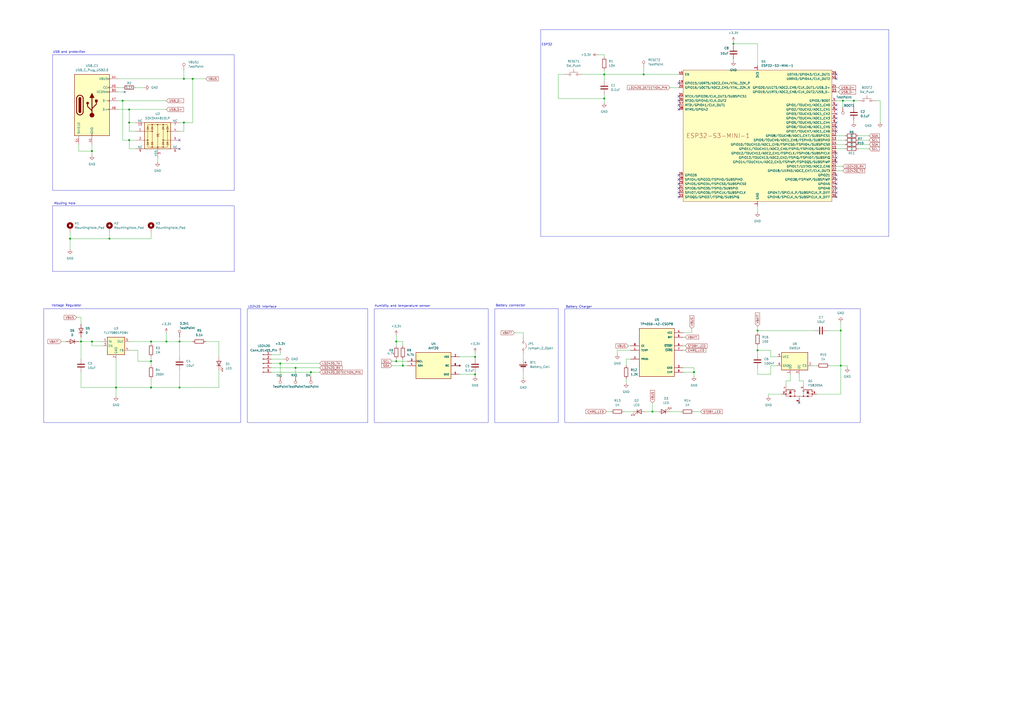
<source format=kicad_sch>
(kicad_sch (version 20231120) (generator "eeschema") (generator_version "8.0")
  (paper "A2")
  (title_block (title "LD2420 Radar ESP32") (date "2025-03-23"))
  (junction (at 74.93 71.12))
  (junction (at 87.63 198.12))
  (junction (at 229.87 198.12))
  (junction (at 74.93 63.5))
  (junction (at 46.99 198.12))
  (junction (at 373.38 43.18))
  (junction (at 275.59 207.01))
  (junction (at 495.3 58.42))
  (junction (at 171.45 213.36))
  (junction (at 63.5 138.43))
  (junction (at 487.68 212.09))
  (junction (at 488.95 58.42))
  (junction (at 350.52 57.15))
  (junction (at 71.12 58.42))
  (junction (at 87.63 224.79))
  (junction (at 106.68 45.72))
  (junction (at 425.45 25.4))
  (junction (at 350.52 43.18))
  (junction (at 96.52 198.12))
  (junction (at 67.31 224.79))
  (junction (at 162.56 210.82))
  (junction (at 439.42 203.2))
  (junction (at 104.14 198.12))
  (junction (at 40.64 138.43))
  (junction (at 53.34 198.12))
  (junction (at 111.76 45.72))
  (junction (at 74.93 81.28))
  (junction (at 87.63 209.55))
  (junction (at 487.68 191.77))
  (junction (at 275.59 217.17))
  (junction (at 233.68 212.09))
  (junction (at 53.34 87.63))
  (junction (at 378.46 238.76))
  (junction (at 402.59 215.9))
  (junction (at 180.34 215.9))
  (junction (at 106.68 71.12))
  (junction (at 104.14 224.79))
  (junction (at 439.42 191.77))
  (junction (at 229.87 209.55))
  (no_connect (at 485.14 93.98))
  (no_connect (at 485.14 63.5))
  (no_connect (at 393.7 106.68))
  (no_connect (at 485.14 73.66))
  (no_connect (at 485.14 43.18))
  (no_connect (at 485.14 109.22))
  (no_connect (at 393.7 111.76))
  (no_connect (at 463.55 233.68))
  (no_connect (at 393.7 58.42))
  (no_connect (at 485.14 106.68))
  (no_connect (at 485.14 91.44))
  (no_connect (at 104.14 86.36))
  (no_connect (at 485.14 66.04))
  (no_connect (at 485.14 60.96))
  (no_connect (at 485.14 68.58))
  (no_connect (at 485.14 114.3))
  (no_connect (at 72.39 53.34))
  (no_connect (at 393.7 48.26))
  (no_connect (at 485.14 45.72))
  (no_connect (at 393.7 101.6))
  (no_connect (at 393.7 55.88))
  (no_connect (at 485.14 111.76))
  (no_connect (at 393.7 63.5))
  (no_connect (at 393.7 109.22))
  (no_connect (at 393.7 114.3))
  (no_connect (at 393.7 104.14))
  (no_connect (at 485.14 71.12))
  (no_connect (at 485.14 76.2))
  (no_connect (at 104.14 81.28))
  (no_connect (at 485.14 101.6))
  (no_connect (at 485.14 104.14))
  (no_connect (at 393.7 60.96))
  (no_connect (at 485.14 88.9))
  (wire (pts (xy 487.68 191.77) (xy 487.68 212.09)))
  (wire (pts (xy 439.42 205.74) (xy 439.42 203.2)))
  (wire (pts (xy 119.38 45.72) (xy 111.76 45.72)))
  (wire (pts (xy 229.87 194.31) (xy 229.87 198.12)))
  (wire (pts (xy 425.45 35.56) (xy 425.45 34.29)))
  (wire (pts (xy 488.95 99.06) (xy 485.14 99.06)))
  (wire (pts (xy 171.45 213.36) (xy 185.42 213.36)))
  (wire (pts (xy 350.52 54.61) (xy 350.52 57.15)))
  (wire (pts (xy 74.93 81.28) (xy 78.74 81.28)))
  (wire (pts (xy 111.76 45.72) (xy 106.68 45.72)))
  (wire (pts (xy 87.63 219.71) (xy 87.63 224.79)))
  (wire (pts (xy 487.68 228.6) (xy 487.68 212.09)))
  (wire (pts (xy 68.58 45.72) (xy 106.68 45.72)))
  (wire (pts (xy 303.53 193.04) (xy 303.53 195.58)))
  (wire (pts (xy 406.4 238.76) (xy 402.59 238.76)))
  (wire (pts (xy 46.99 198.12) (xy 46.99 208.28)))
  (wire (pts (xy 323.85 43.18) (xy 323.85 57.15)))
  (wire (pts (xy 495.3 69.85) (xy 495.3 71.12)))
  (wire (pts (xy 497.84 86.36) (xy 504.19 86.36)))
  (wire (pts (xy 180.34 215.9) (xy 180.34 218.44)))
  (wire (pts (xy 127 207.01) (xy 127 198.12)))
  (wire (pts (xy 397.51 195.58) (xy 396.24 195.58)))
  (wire (pts (xy 439.42 25.4) (xy 425.45 25.4)))
  (wire (pts (xy 351.79 238.76) (xy 354.33 238.76)))
  (wire (pts (xy 46.99 184.15) (xy 46.99 187.96)))
  (wire (pts (xy 495.3 58.42) (xy 497.84 58.42)))
  (wire (pts (xy 157.48 205.74) (xy 162.56 205.74)))
  (wire (pts (xy 397.51 200.66) (xy 396.24 200.66)))
  (wire (pts (xy 425.45 25.4) (xy 425.45 26.67)))
  (wire (pts (xy 485.14 83.82) (xy 490.22 83.82)))
  (wire (pts (xy 445.77 228.6) (xy 453.39 228.6)))
  (wire (pts (xy 445.77 229.87) (xy 445.77 228.6)))
  (wire (pts (xy 46.99 224.79) (xy 67.31 224.79)))
  (wire (pts (xy 485.14 78.74) (xy 490.22 78.74)))
  (wire (pts (xy 488.95 58.42) (xy 495.3 58.42)))
  (wire (pts (xy 350.52 43.18) (xy 373.38 43.18)))
  (wire (pts (xy 53.34 198.12) (xy 59.69 198.12)))
  (wire (pts (xy 162.56 205.74) (xy 162.56 204.47)))
  (wire (pts (xy 67.31 208.28) (xy 67.31 224.79)))
  (wire (pts (xy 491.49 213.36) (xy 491.49 212.09)))
  (wire (pts (xy 275.59 207.01) (xy 266.7 207.01)))
  (wire (pts (xy 337.82 43.18) (xy 350.52 43.18)))
  (wire (pts (xy 350.52 57.15) (xy 350.52 59.69)))
  (wire (pts (xy 378.46 233.68) (xy 378.46 238.76)))
  (wire (pts (xy 74.93 71.12) (xy 74.93 76.2)))
  (wire (pts (xy 46.99 195.58) (xy 46.99 198.12)))
  (wire (pts (xy 74.93 86.36) (xy 74.93 81.28)))
  (wire (pts (xy 363.22 212.09) (xy 363.22 208.28)))
  (wire (pts (xy 488.95 58.42) (xy 488.95 62.23)))
  (wire (pts (xy 402.59 215.9) (xy 402.59 213.36)))
  (wire (pts (xy 491.49 212.09) (xy 487.68 212.09)))
  (wire (pts (xy 157.48 213.36) (xy 171.45 213.36)))
  (wire (pts (xy 327.66 43.18) (xy 323.85 43.18)))
  (wire (pts (xy 497.84 81.28) (xy 504.19 81.28)))
  (wire (pts (xy 59.69 200.66) (xy 53.34 200.66)))
  (wire (pts (xy 466.09 220.98) (xy 466.09 223.52)))
  (wire (pts (xy 74.93 71.12) (xy 78.74 71.12)))
  (wire (pts (xy 439.42 25.4) (xy 439.42 38.1)))
  (wire (pts (xy 74.93 63.5) (xy 74.93 71.12)))
  (wire (pts (xy 401.32 190.5) (xy 401.32 193.04)))
  (wire (pts (xy 439.42 191.77) (xy 472.44 191.77)))
  (wire (pts (xy 396.24 193.04) (xy 401.32 193.04)))
  (wire (pts (xy 53.34 87.63) (xy 53.34 90.17)))
  (wire (pts (xy 157.48 210.82) (xy 162.56 210.82)))
  (wire (pts (xy 157.48 215.9) (xy 180.34 215.9)))
  (wire (pts (xy 463.55 220.98) (xy 466.09 220.98)))
  (wire (pts (xy 455.93 223.52) (xy 455.93 220.98)))
  (wire (pts (xy 358.14 203.2) (xy 365.76 203.2)))
  (wire (pts (xy 396.24 215.9) (xy 402.59 215.9)))
  (wire (pts (xy 74.93 63.5) (xy 96.52 63.5)))
  (wire (pts (xy 363.22 219.71) (xy 363.22 222.25)))
  (wire (pts (xy 373.38 43.18) (xy 393.7 43.18)))
  (wire (pts (xy 233.68 200.66) (xy 233.68 198.12)))
  (wire (pts (xy 473.71 228.6) (xy 487.68 228.6)))
  (wire (pts (xy 78.74 86.36) (xy 74.93 86.36)))
  (wire (pts (xy 510.54 58.42) (xy 508 58.42)))
  (wire (pts (xy 80.01 209.55) (xy 87.63 209.55)))
  (wire (pts (xy 323.85 57.15) (xy 350.52 57.15)))
  (wire (pts (xy 495.3 58.42) (xy 495.3 62.23)))
  (wire (pts (xy 497.84 83.82) (xy 504.19 83.82)))
  (wire (pts (xy 388.62 50.8) (xy 393.7 50.8)))
  (wire (pts (xy 104.14 207.01) (xy 104.14 198.12)))
  (wire (pts (xy 402.59 218.44) (xy 402.59 215.9)))
  (wire (pts (xy 87.63 224.79) (xy 67.31 224.79)))
  (wire (pts (xy 402.59 213.36) (xy 396.24 213.36)))
  (wire (pts (xy 303.53 205.74) (xy 303.53 208.28)))
  (wire (pts (xy 303.53 215.9) (xy 303.53 219.71)))
  (wire (pts (xy 45.72 83.82) (xy 45.72 87.63)))
  (wire (pts (xy 106.68 71.12) (xy 104.14 71.12)))
  (wire (pts (xy 46.99 198.12) (xy 53.34 198.12)))
  (wire (pts (xy 463.55 217.17) (xy 463.55 220.98)))
  (wire (pts (xy 162.56 210.82) (xy 185.42 210.82)))
  (wire (pts (xy 275.59 204.47) (xy 275.59 207.01)))
  (wire (pts (xy 374.65 238.76) (xy 378.46 238.76)))
  (wire (pts (xy 229.87 208.28) (xy 229.87 209.55)))
  (wire (pts (xy 275.59 215.9) (xy 275.59 217.17)))
  (wire (pts (xy 350.52 40.64) (xy 350.52 43.18)))
  (wire (pts (xy 63.5 134.62) (xy 63.5 138.43)))
  (wire (pts (xy 378.46 238.76) (xy 381 238.76)))
  (wire (pts (xy 111.76 45.72) (xy 111.76 71.12)))
  (wire (pts (xy 96.52 193.04) (xy 96.52 198.12)))
  (wire (pts (xy 388.62 238.76) (xy 394.97 238.76)))
  (wire (pts (xy 233.68 198.12) (xy 229.87 198.12)))
  (wire (pts (xy 71.12 58.42) (xy 71.12 81.28)))
  (wire (pts (xy 346.71 31.75) (xy 350.52 31.75)))
  (wire (pts (xy 45.72 198.12) (xy 46.99 198.12)))
  (wire (pts (xy 74.93 76.2) (xy 78.74 76.2)))
  (wire (pts (xy 44.45 184.15) (xy 46.99 184.15)))
  (wire (pts (xy 485.14 58.42) (xy 488.95 58.42)))
  (wire (pts (xy 439.42 213.36) (xy 439.42 217.17)))
  (wire (pts (xy 63.5 138.43) (xy 40.64 138.43)))
  (wire (pts (xy 275.59 217.17) (xy 275.59 218.44)))
  (wire (pts (xy 458.47 217.17) (xy 458.47 220.98)))
  (wire (pts (xy 486.41 53.34) (xy 485.14 53.34)))
  (wire (pts (xy 227.33 212.09) (xy 233.68 212.09)))
  (wire (pts (xy 106.68 76.2) (xy 104.14 76.2)))
  (wire (pts (xy 363.22 208.28) (xy 365.76 208.28)))
  (wire (pts (xy 87.63 199.39) (xy 87.63 198.12)))
  (wire (pts (xy 53.34 83.82) (xy 53.34 87.63)))
  (wire (pts (xy 87.63 207.01) (xy 87.63 209.55)))
  (wire (pts (xy 74.93 203.2) (xy 80.01 203.2)))
  (wire (pts (xy 471.17 212.09) (xy 473.71 212.09)))
  (wire (pts (xy 104.14 214.63) (xy 104.14 224.79)))
  (wire (pts (xy 80.01 203.2) (xy 80.01 209.55)))
  (wire (pts (xy 233.68 212.09) (xy 236.22 212.09)))
  (wire (pts (xy 67.31 224.79) (xy 67.31 229.87)))
  (wire (pts (xy 87.63 134.62) (xy 87.63 138.43)))
  (wire (pts (xy 481.33 212.09) (xy 487.68 212.09)))
  (wire (pts (xy 68.58 63.5) (xy 74.93 63.5)))
  (wire (pts (xy 439.42 189.23) (xy 439.42 191.77)))
  (wire (pts (xy 111.76 71.12) (xy 106.68 71.12)))
  (wire (pts (xy 162.56 210.82) (xy 162.56 218.44)))
  (wire (pts (xy 68.58 50.8) (xy 71.12 50.8)))
  (wire (pts (xy 447.04 207.01) (xy 450.85 207.01)))
  (wire (pts (xy 180.34 215.9) (xy 185.42 215.9)))
  (wire (pts (xy 439.42 191.77) (xy 439.42 193.04)))
  (wire (pts (xy 157.48 208.28) (xy 165.1 208.28)))
  (wire (pts (xy 397.51 203.2) (xy 396.24 203.2)))
  (wire (pts (xy 350.52 31.75) (xy 350.52 33.02)))
  (wire (pts (xy 127 224.79) (xy 104.14 224.79)))
  (wire (pts (xy 298.45 193.04) (xy 303.53 193.04)))
  (wire (pts (xy 106.68 71.12) (xy 106.68 76.2)))
  (wire (pts (xy 40.64 138.43) (xy 40.64 144.78)))
  (wire (pts (xy 104.14 195.58) (xy 104.14 198.12)))
  (wire (pts (xy 91.44 91.44) (xy 91.44 93.98)))
  (wire (pts (xy 364.49 200.66) (xy 365.76 200.66)))
  (wire (pts (xy 510.54 58.42) (xy 510.54 71.12)))
  (wire (pts (xy 87.63 209.55) (xy 87.63 212.09)))
  (wire (pts (xy 104.14 198.12) (xy 96.52 198.12)))
  (wire (pts (xy 439.42 203.2) (xy 447.04 203.2)))
  (wire (pts (xy 373.38 39.37) (xy 373.38 43.18)))
  (wire (pts (xy 74.93 198.12) (xy 87.63 198.12)))
  (wire (pts (xy 439.42 217.17) (xy 447.04 217.17)))
  (wire (pts (xy 485.14 86.36) (xy 490.22 86.36)))
  (wire (pts (xy 439.42 200.66) (xy 439.42 203.2)))
  (wire (pts (xy 104.14 224.79) (xy 87.63 224.79)))
  (wire (pts (xy 480.06 191.77) (xy 487.68 191.77)))
  (wire (pts (xy 447.04 203.2) (xy 447.04 207.01)))
  (wire (pts (xy 266.7 217.17) (xy 275.59 217.17)))
  (wire (pts (xy 63.5 138.43) (xy 87.63 138.43)))
  (wire (pts (xy 127 198.12) (xy 119.38 198.12)))
  (wire (pts (xy 68.58 58.42) (xy 71.12 58.42)))
  (wire (pts (xy 486.41 50.8) (xy 485.14 50.8)))
  (wire (pts (xy 488.95 96.52) (xy 485.14 96.52)))
  (wire (pts (xy 35.56 198.12) (xy 38.1 198.12)))
  (wire (pts (xy 425.45 24.13) (xy 425.45 25.4)))
  (wire (pts (xy 455.93 220.98) (xy 458.47 220.98)))
  (wire (pts (xy 40.64 134.62) (xy 40.64 138.43)))
  (wire (pts (xy 104.14 198.12) (xy 111.76 198.12)))
  (wire (pts (xy 447.04 217.17) (xy 447.04 212.09)))
  (wire (pts (xy 106.68 40.64) (xy 106.68 45.72)))
  (wire (pts (xy 233.68 208.28) (xy 233.68 212.09)))
  (wire (pts (xy 497.84 78.74) (xy 504.19 78.74)))
  (wire (pts (xy 439.42 119.38) (xy 439.42 123.19)))
  (wire (pts (xy 45.72 87.63) (xy 53.34 87.63)))
  (wire (pts (xy 78.74 50.8) (xy 83.82 50.8)))
  (wire (pts (xy 358.14 205.74) (xy 358.14 203.2)))
  (wire (pts (xy 350.52 43.18) (xy 350.52 46.99)))
  (wire (pts (xy 447.04 212.09) (xy 450.85 212.09)))
  (wire (pts (xy 485.14 81.28) (xy 490.22 81.28)))
  (wire (pts (xy 275.59 207.01) (xy 275.59 208.28)))
  (wire (pts (xy 229.87 198.12) (xy 229.87 200.66)))
  (wire (pts (xy 53.34 200.66) (xy 53.34 198.12)))
  (wire (pts (xy 229.87 209.55) (xy 236.22 209.55)))
  (wire (pts (xy 72.39 53.34) (xy 68.58 53.34)))
  (wire (pts (xy 227.33 209.55) (xy 229.87 209.55)))
  (wire (pts (xy 46.99 215.9) (xy 46.99 224.79)))
  (wire (pts (xy 361.95 238.76) (xy 367.03 238.76)))
  (wire (pts (xy 171.45 213.36) (xy 171.45 218.44)))
  (wire (pts (xy 127 214.63) (xy 127 224.79)))
  (wire (pts (xy 71.12 81.28) (xy 74.93 81.28)))
  (wire (pts (xy 487.68 186.69) (xy 487.68 191.77)))
  (wire (pts (xy 71.12 58.42) (xy 96.52 58.42)))
  (wire (pts (xy 96.52 198.12) (xy 87.63 198.12)))
  (rectangle (start 287.02 179.07) (end 323.85 245.11))
  (rectangle (start 143.51 179.07) (end 213.36 245.11))
  (rectangle (start 217.17 179.07) (end 283.21 245.11))
  (rectangle (start 30.48 31.75) (end 135.89 110.49))
  (rectangle (start 30.48 119.38) (end 135.89 157.48))
  (rectangle (start 327.66 179.07) (end 499.11 245.11))
  (rectangle (start 313.69 17.145) (end 515.62 137.16))
  (rectangle (start 25.4 179.07) (end 139.7 245.11))
  (text "USB and protection" (at 40.132 30.226 0) (effects (font (size 1.27 1.27))))
  (text "Humidity and temperature sensor" (at 233.426 177.546 0) (effects (font (size 1.27 1.27))))
  (text "LD2420 Interface" (at 152.146 178.054 0) (effects (font (size 1.27 1.27))))
  (text "Battery connector" (at 296.164 177.292 0) (effects (font (size 1.27 1.27))))
  (text "ESP32" (at 317.246 25.908 0) (effects (font (size 1.27 1.27))))
  (text "Mouting hole" (at 37.592 118.11 0) (effects (font (size 1.27 1.27))))
  (text "Voltage Regulator" (at 38.608 177.292 0) (effects (font (size 1.27 1.27))))
  (text "Battery Charger" (at 335.788 178.054 0) (effects (font (size 1.27 1.27))))
  (global_label "VBATT" (shape input) (at 397.51 195.58 0) (property "Intersheetrefs" "${INTERSHEET_REFS}" (effects (hide yes))))
  (global_label "VBATT" (shape input) (at 35.56 198.12 180) (property "Intersheetrefs" "${INTERSHEET_REFS}" (effects (hide yes))))
  (global_label "LD2420_DETECTION_PIN" (shape input) (at 388.62 50.8 180) (property "Intersheetrefs" "${INTERSHEET_REFS}" (effects (hide yes))))
  (global_label "STDBY_LED" (shape input) (at 406.4 238.76 0) (property "Intersheetrefs" "${INTERSHEET_REFS}" (effects (hide yes))))
  (global_label "LD2420_RX" (shape input) (at 185.42 213.36 0) (property "Intersheetrefs" "${INTERSHEET_REFS}" (effects (hide yes))))
  (global_label "STDBY_LED" (shape input) (at 397.51 200.66 0) (property "Intersheetrefs" "${INTERSHEET_REFS}" (effects (hide yes))))
  (global_label "LD2420_TX" (shape input) (at 488.95 99.06 0) (property "Intersheetrefs" "${INTERSHEET_REFS}" (effects (hide yes))))
  (global_label "LD2420_RX" (shape input) (at 488.95 96.52 0) (property "Intersheetrefs" "${INTERSHEET_REFS}" (effects (hide yes))))
  (global_label "SDA" (shape input) (at 504.19 83.82 0) (property "Intersheetrefs" "${INTERSHEET_REFS}" (effects (hide yes))))
  (global_label "SCL" (shape input) (at 504.19 86.36 0) (property "Intersheetrefs" "${INTERSHEET_REFS}" (effects (hide yes))))
  (global_label "CHRG_LED" (shape input) (at 351.79 238.76 180) (property "Intersheetrefs" "${INTERSHEET_REFS}" (effects (hide yes))))
  (global_label "CHRG_LED" (shape input) (at 397.51 203.2 0) (property "Intersheetrefs" "${INTERSHEET_REFS}" (effects (hide yes))))
  (global_label "SDA" (shape input) (at 504.19 78.74 0) (property "Intersheetrefs" "${INTERSHEET_REFS}" (effects (hide yes))))
  (global_label "SCL" (shape input) (at 227.33 209.55 180) (property "Intersheetrefs" "${INTERSHEET_REFS}" (effects (hide yes))))
  (global_label "VBUS" (shape input) (at 119.38 45.72 0) (property "Intersheetrefs" "${INTERSHEET_REFS}" (effects (hide yes))))
  (global_label "VBATT" (shape input) (at 439.42 189.23 90) (property "Intersheetrefs" "${INTERSHEET_REFS}" (effects (hide yes))))
  (global_label "VBUS" (shape input) (at 44.45 184.15 180) (property "Intersheetrefs" "${INTERSHEET_REFS}" (effects (hide yes))))
  (global_label "SDA" (shape input) (at 227.33 212.09 180) (property "Intersheetrefs" "${INTERSHEET_REFS}" (effects (hide yes))))
  (global_label "VBUS" (shape input) (at 364.49 200.66 180) (property "Intersheetrefs" "${INTERSHEET_REFS}" (effects (hide yes))))
  (global_label "SCL" (shape input) (at 504.19 81.28 0) (property "Intersheetrefs" "${INTERSHEET_REFS}" (effects (hide yes))))
  (global_label "VBUS" (shape input) (at 401.32 190.5 90) (property "Intersheetrefs" "${INTERSHEET_REFS}" (effects (hide yes))))
  (global_label "USB_D+" (shape input) (at 486.41 50.8 0) (property "Intersheetrefs" "${INTERSHEET_REFS}" (effects (hide yes))))
  (global_label "USB_D-" (shape input) (at 486.41 53.34 0) (property "Intersheetrefs" "${INTERSHEET_REFS}" (effects (hide yes))))
  (global_label "USB_D+" (shape input) (at 96.52 63.5 0) (property "Intersheetrefs" "${INTERSHEET_REFS}" (effects (hide yes))))
  (global_label "VBATT" (shape input) (at 298.45 193.04 180) (property "Intersheetrefs" "${INTERSHEET_REFS}" (effects (hide yes))))
  (global_label "LD2420_TX" (shape input) (at 185.42 210.82 0) (property "Intersheetrefs" "${INTERSHEET_REFS}" (effects (hide yes))))
  (global_label "LD2420_DETECTION_PIN" (shape input) (at 185.42 215.9 0) (property "Intersheetrefs" "${INTERSHEET_REFS}" (effects (hide yes))))
  (global_label "USB_D-" (shape input) (at 96.52 58.42 0) (property "Intersheetrefs" "${INTERSHEET_REFS}" (effects (hide yes))))
  (global_label "VBUS" (shape input) (at 378.46 233.68 90) (property "Intersheetrefs" "${INTERSHEET_REFS}" (effects (hide yes))))
  (symbol (lib_id "FS8205A:FS8205A") (at 463.55 228.6 270) (unit 1)
    (property "Reference" "Q1" (at 468.7571 220.98 90) (effects (justify left)))
    (property "Value" "FS8205A" (at 468.7571 223.52 90) (effects (justify left)))
    (property "Footprint" "FS8205A:SOP65P640X120-8N" (effects (hide yes)))
    (property "MF" "Fortune Semiconductor" (effects (hide yes)))
    (property "MAXIMUM_PACKAGE_HEIGHT" "1.2mm" (effects (hide yes)))
    (property "Package" "Package" (effects (hide yes)))
    (property "Price" "None" (effects (hide yes)))
    (property "Check_prices" "https://www.snapeda.com/parts/FS8205A/Fortune+Semiconductor/view-part/?ref=eda" (effects (hide yes)))
    (property "STANDARD" "IPC 7351B" (effects (hide yes)))
    (property "PARTREV" "1.7" (effects (hide yes)))
    (property "SnapEDA_Link" "https://www.snapeda.com/parts/FS8205A/Fortune+Semiconductor/view-part/?ref=snap" (effects (hide yes)))
    (property "MP" "FS8205A" (effects (hide yes)))
    (property "Description_1" "\n                        \n                            \n                        \n" (effects (hide yes)))
    (property "Availability" "In Stock" (effects (hide yes)))
    (property "MANUFACTURER" "Fortune Semiconductor" (effects (hide yes)))
  )
  (symbol (lib_id "Device:C") (at 275.59 212.09 0) (unit 1)
    (property "Reference" "C5" (at 269.748 212.344 0) (effects (justify left)))
    (property "Value" "0.1uF" (at 269.748 214.884 0) (effects (justify left)))
    (property "Footprint" "Capacitor_SMD:C_0805_2012Metric" (effects (hide yes)))
    (property "Description" "Unpolarized capacitor" (effects (hide yes)))
  )
  (symbol (lib_id "Power_Protection:D3V3XA4B10LP") (at 91.44 78.74 0) (unit 1)
    (property "Reference" "U2" (at 91.44 66.04 0))
    (property "Value" "D3V3XA4B10LP" (at 91.44 68.58 0))
    (property "Footprint" "Package_DFN_QFN:Diodes_UDFN-10_1.0x2.5mm_P0.5mm" (effects (hide yes)))
    (property "Datasheet" "https://www.diodes.com/assets/Datasheets/D3V3XA4B10LP.pdf" (effects (hide yes)))
    (property "Description" "4-Channel Low Capacitance TVS Diode Array, DFN-10" (effects (hide yes)))
  )
  (symbol (lib_id "power:+3.3V") (at 229.87 194.31 0) (unit 1)
    (property "Reference" "#PWR015" (effects (hide yes)))
    (property "Value" "+3.3V" (at 229.87 189.23 0))
    (property "Description" "Power symbol creates a global label with name \"+3.3V\"" (effects (hide yes)))
  )
  (symbol (lib_id "power:GND") (at 165.1 208.28 90) (unit 1)
    (property "Reference" "#PWR011" (effects (hide yes)))
    (property "Value" "GND" (at 168.91 208.2799 90) (effects (justify right)))
    (property "Description" "Power symbol creates a global label with name \"GND\" , ground" (effects (hide yes)))
  )
  (symbol (lib_id "Device:R") (at 358.14 238.76 270) (unit 1)
    (property "Reference" "R13" (at 358.14 232.41 90))
    (property "Value" "1K" (at 358.14 234.95 90))
    (property "Footprint" "Resistor_SMD:R_0805_2012Metric" (effects (hide yes)))
    (property "Description" "Resistor" (effects (hide yes)))
  )
  (symbol (lib_id "power:GND") (at 40.64 144.78 0) (unit 1)
    (property "Reference" "#PWR017" (effects (hide yes)))
    (property "Value" "GND" (at 40.64 149.86 0))
    (property "Description" "Power symbol creates a global label with name \"GND\" , ground" (effects (hide yes)))
  )
  (symbol (lib_id "power:+3.3V") (at 346.71 31.75 90) (unit 1)
    (property "Reference" "#PWR02" (effects (hide yes)))
    (property "Value" "+3.3V" (at 342.9 31.7499 90) (effects (justify left)))
    (property "Description" "Power symbol creates a global label with name \"+3.3V\"" (effects (hide yes)))
  )
  (symbol (lib_id "Device:LED") (at 370.84 238.76 0) (unit 1)
    (property "Reference" "D2" (at 369.2525 232.41 0))
    (property "Value" "LED" (at 369.2525 234.95 0))
    (property "Footprint" "LED_SMD:LED_0805_2012Metric" (effects (hide yes)))
    (property "Description" "Light emitting diode" (effects (hide yes)))
  )
  (symbol (lib_id "TP4056-42-ESOP8:TP4056-42-ESOP8") (at 381 205.74 0) (unit 1)
    (property "Reference" "U5" (at 381 185.42 0))
    (property "Value" "TP4056-42-ESOP8" (at 381 187.96 0))
    (property "Footprint" "TP4056-42-ESOP8:SOIC127P600X175-9N" (effects (hide yes)))
    (property "MF" "toppower" (effects (hide yes)))
    (property "MAXIMUM_PACKAGE_HEIGHT" "1.75mm" (effects (hide yes)))
    (property "Package" "None" (effects (hide yes)))
    (property "Price" "None" (effects (hide yes)))
    (property "Check_prices" "https://www.snapeda.com/parts/TP4056-42-ESOP8/toppower/view-part/?ref=eda" (effects (hide yes)))
    (property "STANDARD" "IPC-7351B" (effects (hide yes)))
    (property "PARTREV" "NA" (effects (hide yes)))
    (property "SnapEDA_Link" "https://www.snapeda.com/parts/TP4056-42-ESOP8/toppower/view-part/?ref=snap" (effects (hide yes)))
    (property "MP" "TP4056-42-ESOP8" (effects (hide yes)))
    (property "Description_1" "\n                        \n                            \n                        \n" (effects (hide yes)))
    (property "Availability" "Not in stock" (effects (hide yes)))
    (property "MANUFACTURER" "Top Power" (effects (hide yes)))
  )
  (symbol (lib_id "power:GND") (at 439.42 123.19 0) (unit 1)
    (property "Reference" "#PWR012" (effects (hide yes)))
    (property "Value" "GND" (at 439.42 128.27 0))
    (property "Description" "Power symbol creates a global label with name \"GND\" , ground" (effects (hide yes)))
  )
  (symbol (lib_id "power:GND") (at 350.52 59.69 0) (unit 1)
    (property "Reference" "#PWR01" (effects (hide yes)))
    (property "Value" "GND" (at 350.52 64.77 0))
    (property "Description" "Power symbol creates a global label with name \"GND\" , ground" (effects (hide yes)))
  )
  (symbol (lib_id "Device:C") (at 425.45 30.48 0) (unit 1)
    (property "Reference" "C8" (at 420.116 27.94 0) (effects (justify left)))
    (property "Value" "10uF" (at 417.83 30.988 0) (effects (justify left)))
    (property "Footprint" "Capacitor_SMD:C_0805_2012Metric" (effects (hide yes)))
    (property "Description" "Unpolarized capacitor" (effects (hide yes)))
  )
  (symbol (lib_id "Device:C") (at 46.99 212.09 0) (unit 1)
    (property "Reference" "C3" (at 50.8 210.8199 0) (effects (justify left)))
    (property "Value" "10uF" (at 50.8 213.3599 0) (effects (justify left)))
    (property "Footprint" "Capacitor_SMD:C_0805_2012Metric" (effects (hide yes)))
    (property "Description" "Unpolarized capacitor" (effects (hide yes)))
  )
  (symbol (lib_id "Device:R") (at 494.03 78.74 90) (unit 1)
    (property "Reference" "R6" (at 494.03 76.708 90))
    (property "Value" "0" (at 494.03 78.74 90))
    (property "Footprint" "Resistor_SMD:R_0805_2012Metric" (effects (hide yes)))
    (property "Description" "Resistor" (effects (hide yes)))
  )
  (symbol (lib_id "Mechanical:MountingHole_Pad") (at 87.63 132.08 0) (unit 1) (exclude_from_sim yes) (in_bom no)
    (property "Reference" "H3" (at 90.17 129.5399 0) (effects (justify left)))
    (property "Value" "MountingHole_Pad" (at 90.17 132.0799 0) (effects (justify left)))
    (property "Footprint" "MountingHole:MountingHole_3.2mm_M3_DIN965_Pad_TopBottom" (effects (hide yes)))
    (property "Description" "Mounting Hole with connection" (effects (hide yes)))
  )
  (symbol (lib_id "Device:C") (at 439.42 209.55 0) (unit 1)
    (property "Reference" "C6" (at 443.23 208.2799 0) (effects (justify left)))
    (property "Value" "100nF" (at 443.23 210.8199 0) (effects (justify left)))
    (property "Footprint" "Capacitor_SMD:C_0805_2012Metric" (effects (hide yes)))
    (property "Description" "Unpolarized capacitor" (effects (hide yes)))
  )
  (symbol (lib_id "power:+3.3V") (at 96.52 193.04 0) (unit 1)
    (property "Reference" "#PWR09" (effects (hide yes)))
    (property "Value" "+3.3V" (at 96.52 187.96 0))
    (property "Description" "Power symbol creates a global label with name \"+3.3V\"" (effects (hide yes)))
  )
  (symbol (lib_id "Device:LED") (at 384.81 238.76 180) (unit 1)
    (property "Reference" "D3" (at 386.3975 231.14 0))
    (property "Value" "LED" (at 386.3975 233.68 0))
    (property "Footprint" "LED_SMD:LED_0805_2012Metric" (effects (hide yes)))
    (property "Description" "Light emitting diode" (effects (hide yes)))
  )
  (symbol (lib_id "Mechanical:MountingHole_Pad") (at 40.64 132.08 0) (unit 1) (exclude_from_sim yes) (in_bom no)
    (property "Reference" "H1" (at 43.18 129.5399 0) (effects (justify left)))
    (property "Value" "MountingHole_Pad" (at 43.18 132.0799 0) (effects (justify left)))
    (property "Footprint" "MountingHole:MountingHole_3.2mm_M3_DIN965_Pad_TopBottom" (effects (hide yes)))
    (property "Description" "Mounting Hole with connection" (effects (hide yes)))
  )
  (symbol (lib_id "Device:R") (at 398.78 238.76 270) (unit 1)
    (property "Reference" "R14" (at 398.78 232.41 90))
    (property "Value" "1K" (at 398.78 234.95 90))
    (property "Footprint" "Resistor_SMD:R_0805_2012Metric" (effects (hide yes)))
    (property "Description" "Resistor" (effects (hide yes)))
  )
  (symbol (lib_id "Device:D") (at 41.91 198.12 180) (unit 1)
    (property "Reference" "D6" (at 41.91 191.77 0))
    (property "Value" "D" (at 41.91 194.31 0))
    (property "Footprint" "Diode_SMD:D_SMA" (effects (hide yes)))
    (property "Description" "Diode" (effects (hide yes)))
    (property "Sim.Device" "D" (effects (hide yes)))
    (property "Sim.Pins" "1=K 2=A" (effects (hide yes)))
  )
  (symbol (lib_id "Device:C") (at 495.3 66.04 0) (unit 1)
    (property "Reference" "C2" (at 499.11 64.7699 0) (effects (justify left)))
    (property "Value" "0.1uF" (at 499.11 67.3099 0) (effects (justify left)))
    (property "Footprint" "Capacitor_SMD:C_0805_2012Metric" (effects (hide yes)))
    (property "Description" "Unpolarized capacitor" (effects (hide yes)))
  )
  (symbol (lib_id "power:GND") (at 363.22 222.25 0) (unit 1)
    (property "Reference" "#PWR020" (effects (hide yes)))
    (property "Value" "GND" (at 363.22 227.33 0))
    (property "Description" "Power symbol creates a global label with name \"GND\" , ground" (effects (hide yes)))
  )
  (symbol (lib_id "Connector:TestPoint") (at 488.95 62.23 180) (unit 1)
    (property "Reference" "BOOT1" (at 489.458 61.214 0) (effects (justify right)))
    (property "Value" "TestPoint" (at 485.14 56.388 0) (effects (justify right)))
    (property "Footprint" "TestPoint:TestPoint_Pad_D1.5mm" (effects (hide yes)))
    (property "Description" "test point" (effects (hide yes)))
  )
  (symbol (lib_id "Connector:TestPoint") (at 373.38 39.37 0) (unit 1)
    (property "Reference" "RESET2" (at 375.92 34.7979 0) (effects (justify left)))
    (property "Value" "TestPoint" (at 375.92 37.3379 0) (effects (justify left)))
    (property "Footprint" "TestPoint:TestPoint_Pad_D1.5mm" (effects (hide yes)))
    (property "Description" "test point" (effects (hide yes)))
  )
  (symbol (lib_id "Mechanical:MountingHole_Pad") (at 63.5 132.08 0) (unit 1) (exclude_from_sim yes) (in_bom no)
    (property "Reference" "H2" (at 66.04 129.5399 0) (effects (justify left)))
    (property "Value" "MountingHole_Pad" (at 66.04 132.0799 0) (effects (justify left)))
    (property "Footprint" "MountingHole:MountingHole_3.2mm_M3_DIN965_Pad_TopBottom" (effects (hide yes)))
    (property "Description" "Mounting Hole with connection" (effects (hide yes)))
  )
  (symbol (lib_id "power:GND") (at 445.77 229.87 0) (unit 1)
    (property "Reference" "#PWR023" (effects (hide yes)))
    (property "Value" "GND" (at 445.77 234.95 0))
    (property "Description" "Power symbol creates a global label with name \"GND\" , ground" (effects (hide yes)))
  )
  (symbol (lib_id "power:GND") (at 425.45 35.56 0) (unit 1)
    (property "Reference" "#PWR025" (effects (hide yes)))
    (property "Value" "GND" (at 425.45 40.64 0))
    (property "Description" "Power symbol creates a global label with name \"GND\" , ground" (effects (hide yes)))
  )
  (symbol (lib_id "Jumper:Jumper_2_Open") (at 303.53 200.66 270) (unit 1) (exclude_from_sim yes)
    (property "Reference" "JP1" (at 306.07 199.3899 90) (effects (justify left)))
    (property "Value" "Jumper_2_Open" (at 306.07 201.9299 90) (effects (justify left)))
    (property "Footprint" "Jumper:SolderJumper-2_P1.3mm_Open_RoundedPad1.0x1.5mm" (effects (hide yes)))
    (property "Description" "Jumper, 2-pole, open" (effects (hide yes)))
  )
  (symbol (lib_id "power:GND") (at 402.59 218.44 0) (unit 1)
    (property "Reference" "#PWR018" (effects (hide yes)))
    (property "Value" "GND" (at 402.59 223.52 0))
    (property "Description" "Power symbol creates a global label with name \"GND\" , ground" (effects (hide yes)))
  )
  (symbol (lib_id "Device:R") (at 350.52 36.83 0) (unit 1)
    (property "Reference" "R1" (at 353.06 35.5599 0) (effects (justify left)))
    (property "Value" "10K" (at 353.06 38.0999 0) (effects (justify left)))
    (property "Footprint" "Resistor_SMD:R_0805_2012Metric" (effects (hide yes)))
    (property "Description" "Resistor" (effects (hide yes)))
  )
  (symbol (lib_id "power:GND") (at 495.3 71.12 0) (unit 1)
    (property "Reference" "#PWR04" (effects (hide yes)))
    (property "Value" "GND" (effects (hide yes)))
    (property "Description" "Power symbol creates a global label with name \"GND\" , ground" (effects (hide yes)))
  )
  (symbol (lib_id "power:GND") (at 91.44 93.98 0) (unit 1)
    (property "Reference" "#PWR07" (effects (hide yes)))
    (property "Value" "GND" (at 91.44 99.06 0))
    (property "Description" "Power symbol creates a global label with name \"GND\" , ground" (effects (hide yes)))
  )
  (symbol (lib_id "power:GND") (at 275.59 218.44 0) (unit 1)
    (property "Reference" "#PWR013" (effects (hide yes)))
    (property "Value" "GND" (at 275.59 223.52 0))
    (property "Description" "Power symbol creates a global label with name \"GND\" , ground" (effects (hide yes)))
  )
  (symbol (lib_id "power:GND") (at 67.31 229.87 0) (unit 1)
    (property "Reference" "#PWR08" (effects (hide yes)))
    (property "Value" "GND" (at 67.31 234.95 0))
    (property "Description" "Power symbol creates a global label with name \"GND\" , ground" (effects (hide yes)))
  )
  (symbol (lib_id "Device:R") (at 233.68 204.47 0) (unit 1)
    (property "Reference" "R9" (at 235.966 203.2 0) (effects (justify left)))
    (property "Value" "4.7k" (at 235.966 205.74 0) (effects (justify left)))
    (property "Footprint" "Resistor_SMD:R_0805_2012Metric" (effects (hide yes)))
    (property "Description" "Resistor" (effects (hide yes)))
  )
  (symbol (lib_id "Battery_Management:DW01A") (at 461.01 209.55 0) (unit 1)
    (property "Reference" "U6" (at 461.01 199.39 0))
    (property "Value" "DW01A" (at 461.01 201.93 0))
    (property "Footprint" "Package_TO_SOT_SMD:SOT-23-6" (effects (hide yes)))
    (property "Datasheet" "https://hmsemi.com/downfile/DW01A.PDF" (effects (hide yes)))
    (property "Description" "Overcharge, overcurrent and overdischarge protection IC for single cell lithium-ion/polymer battery" (effects (hide yes)))
  )
  (symbol (lib_id "Device:Battery_Cell") (at 303.53 213.36 0) (unit 1)
    (property "Reference" "BT1" (at 307.34 210.2484 0) (effects (justify left)))
    (property "Value" "Battery_Cell" (at 307.34 212.7884 0) (effects (justify left)))
    (property "Footprint" "Battery:BatteryHolder_Keystone_1042_1x18650" (effects (hide yes)))
    (property "Description" "Single-cell battery" (effects (hide yes)))
  )
  (symbol (lib_id "PCM_Espressif:ESP32-S3-MINI-1") (at 439.42 78.74 0) (unit 1)
    (property "Reference" "U1" (at 441.6141 35.56 0) (effects (justify left)))
    (property "Value" "ESP32-S3-MINI-1" (at 441.6141 38.1 0) (effects (justify left)))
    (property "Footprint" "PCM_Espressif:ESP32-S3-MINI-1" (effects (hide yes)))
    (property "Datasheet" "https://www.espressif.com/sites/default/files/documentation/esp32-s3-mini-1_mini-1u_datasheet_en.pdf" (effects (hide yes)))
    (property "Description" "Smallsized module supporting 2.4 GHz WiFi (802.11 b/g/n) and Bluetooth ® 5 (LE) Built around ESP32S3 series of SoCs, Xtensa ® dualcore 32bit LX7 microprocessor Flash up to 8 MB, optional 2 MB PSRAM in chip package 39 GPIOs, rich set of peripherals Onboard PCB antenna or external antenna connector" (effects (hide yes)))
  )
  (symbol (lib_id "power:GND") (at 510.54 71.12 0) (unit 1)
    (property "Reference" "#PWR03" (effects (hide yes)))
    (property "Value" "GND" (at 503.682 72.898 0))
    (property "Description" "Power symbol creates a global label with name \"GND\" , ground" (effects (hide yes)))
  )
  (symbol (lib_id "Device:R") (at 439.42 196.85 0) (unit 1)
    (property "Reference" "R16" (at 441.96 195.5799 0) (effects (justify left)))
    (property "Value" "100" (at 441.96 198.1199 0) (effects (justify left)))
    (property "Footprint" "Resistor_SMD:R_0805_2012Metric" (effects (hide yes)))
    (property "Description" "Resistor" (effects (hide yes)))
  )
  (symbol (lib_id "Device:R") (at 494.03 86.36 90) (unit 1)
    (property "Reference" "R11" (at 494.03 88.9 90))
    (property "Value" "0" (at 494.03 86.36 90))
    (property "Footprint" "Resistor_SMD:R_0805_2012Metric" (effects (hide yes)))
    (property "Description" "Resistor" (effects (hide yes)))
  )
  (symbol (lib_id "power:GND") (at 487.68 186.69 180) (unit 1)
    (property "Reference" "#PWR024" (effects (hide yes)))
    (property "Value" "GND" (at 487.68 181.61 0))
    (property "Description" "Power symbol creates a global label with name \"GND\" , ground" (effects (hide yes)))
  )
  (symbol (lib_id "Device:C") (at 476.25 191.77 270) (unit 1)
    (property "Reference" "C7" (at 476.25 184.15 90))
    (property "Value" "10uF" (at 476.25 186.69 90))
    (property "Footprint" "Capacitor_SMD:C_0805_2012Metric" (effects (hide yes)))
    (property "Description" "Unpolarized capacitor" (effects (hide yes)))
  )
  (symbol (lib_id "Device:C") (at 350.52 50.8 0) (unit 1)
    (property "Reference" "C1" (at 354.33 49.5299 0) (effects (justify left)))
    (property "Value" "0.1uF" (at 354.33 52.0699 0) (effects (justify left)))
    (property "Footprint" "Capacitor_SMD:C_0805_2012Metric" (effects (hide yes)))
    (property "Description" "Unpolarized capacitor" (effects (hide yes)))
  )
  (symbol (lib_id "power:GND") (at 83.82 50.8 90) (unit 1)
    (property "Reference" "#PWR06" (effects (hide yes)))
    (property "Value" "GND" (at 87.63 50.7999 90) (effects (justify right)))
    (property "Description" "Power symbol creates a global label with name \"GND\" , ground" (effects (hide yes)))
  )
  (symbol (lib_id "power:+3.3V") (at 425.45 24.13 0) (unit 1)
    (property "Reference" "#PWR022" (effects (hide yes)))
    (property "Value" "+3.3V" (at 425.45 19.05 0))
    (property "Description" "Power symbol creates a global label with name \"+3.3V\"" (effects (hide yes)))
  )
  (symbol (lib_id "power:GND") (at 303.53 219.71 0) (unit 1)
    (property "Reference" "#PWR016" (effects (hide yes)))
    (property "Value" "GND" (at 303.53 224.79 0))
    (property "Description" "Power symbol creates a global label with name \"GND\" , ground" (effects (hide yes)))
  )
  (symbol (lib_id "AHT20:AHT20") (at 251.46 212.09 0) (unit 1)
    (property "Reference" "U4" (at 251.46 199.39 0))
    (property "Value" "AHT20" (at 251.46 201.93 0))
    (property "Footprint" "AHT20:PSON100P300X300X110-6N" (effects (hide yes)))
    (property "MF" "Asair" (effects (hide yes)))
    (property "MAXIMUM_PACKAGE_HEIGHT" "1.1mm" (effects (hide yes)))
    (property "Package" "Package" (effects (hide yes)))
    (property "Price" "None" (effects (hide yes)))
    (property "Check_prices" "https://www.snapeda.com/parts/AHT20/Asair/view-part/?ref=eda" (effects (hide yes)))
    (property "STANDARD" "IPC 7351B" (effects (hide yes)))
    (property "PARTREV" "V1.0" (effects (hide yes)))
    (property "SnapEDA_Link" "https://www.snapeda.com/parts/AHT20/Asair/view-part/?ref=snap" (effects (hide yes)))
    (property "MP" "AHT20" (effects (hide yes)))
    (property "Description_1" "\n                        \n                            Temperature and Humidity sensor\n                        \n" (effects (hide yes)))
    (property "Availability" "Not in stock" (effects (hide yes)))
    (property "MANUFACTURER" "Asair" (effects (hide yes)))
  )
  (symbol (lib_id "Device:R") (at 115.57 198.12 90) (unit 1)
    (property "Reference" "R5" (at 115.57 191.77 90))
    (property "Value" "5.1k" (at 115.57 194.31 90))
    (property "Footprint" "Resistor_SMD:R_0805_2012Metric" (effects (hide yes)))
    (property "Description" "Resistor" (effects (hide yes)))
  )
  (symbol (lib_id "power:GND") (at 53.34 90.17 0) (unit 1)
    (property "Reference" "#PWR05" (effects (hide yes)))
    (property "Value" "GND" (at 53.34 95.25 0))
    (property "Description" "Power symbol creates a global label with name \"GND\" , ground" (effects (hide yes)))
  )
  (symbol (lib_id "Device:R") (at 494.03 81.28 90) (unit 1)
    (property "Reference" "R7" (at 498.856 80.518 90))
    (property "Value" "0" (at 494.03 81.28 90))
    (property "Footprint" "Resistor_SMD:R_0805_2012Metric" (effects (hide yes)))
    (property "Description" "Resistor" (effects (hide yes)))
  )
  (symbol (lib_id "power:GND") (at 358.14 205.74 0) (unit 1)
    (property "Reference" "#PWR019" (effects (hide yes)))
    (property "Value" "GND" (at 358.14 210.82 0))
    (property "Description" "Power symbol creates a global label with name \"GND\" , ground" (effects (hide yes)))
  )
  (symbol (lib_id "Device:R") (at 74.93 50.8 90) (unit 1)
    (property "Reference" "R2" (at 74.93 48.26 90))
    (property "Value" "5.1K" (at 74.93 50.8 90))
    (property "Footprint" "Resistor_SMD:R_0805_2012Metric" (effects (hide yes)))
    (property "Description" "Resistor" (effects (hide yes)))
  )
  (symbol (lib_id "Connector:TestPoint") (at 180.34 218.44 180) (unit 1)
    (property "Reference" "D4" (at 180.086 217.678 0) (effects (justify left)))
    (property "Value" "TestPoint" (at 184.912 224.282 0) (effects (justify left)))
    (property "Footprint" "TestPoint:TestPoint_Pad_D1.5mm" (effects (hide yes)))
    (property "Description" "test point" (effects (hide yes)))
  )
  (symbol (lib_id "power:+3.3V") (at 162.56 204.47 0) (unit 1)
    (property "Reference" "#PWR010" (effects (hide yes)))
    (property "Value" "+3.3V" (at 162.56 199.39 0))
    (property "Description" "Power symbol creates a global label with name \"+3.3V\"" (effects (hide yes)))
  )
  (symbol (lib_id "Device:R") (at 494.03 83.82 90) (unit 1)
    (property "Reference" "R10" (at 499.11 83.058 90))
    (property "Value" "0" (at 494.03 83.82 90))
    (property "Footprint" "Resistor_SMD:R_0805_2012Metric" (effects (hide yes)))
    (property "Description" "Resistor" (effects (hide yes)))
  )
  (symbol (lib_id "Switch:SW_Push") (at 502.92 58.42 0) (unit 1)
    (property "Reference" "BOOT2" (at 502.92 50.8 0))
    (property "Value" "SW_Push" (at 502.92 53.34 0))
    (property "Footprint" "Button_Switch_SMD:SW_SPST_B3U-1000P" (effects (hide yes)))
    (property "Description" "Push button switch, generic, two pins" (effects (hide yes)))
  )
  (symbol (lib_id "Device:R") (at 363.22 215.9 0) (unit 1)
    (property "Reference" "R12" (at 365.76 214.6299 0) (effects (justify left)))
    (property "Value" "1.2K" (at 365.76 217.1699 0) (effects (justify left)))
    (property "Footprint" "Resistor_SMD:R_0805_2012Metric" (effects (hide yes)))
    (property "Description" "Resistor" (effects (hide yes)))
  )
  (symbol (lib_id "Device:R") (at 87.63 203.2 0) (unit 1)
    (property "Reference" "R3" (at 90.17 201.9299 0) (effects (justify left)))
    (property "Value" "1M" (at 90.17 204.4699 0) (effects (justify left)))
    (property "Footprint" "Resistor_SMD:R_0805_2012Metric" (effects (hide yes)))
    (property "Description" "Resistor" (effects (hide yes)))
  )
  (symbol (lib_id "power:GND") (at 491.49 213.36 0) (unit 1)
    (property "Reference" "#PWR021" (effects (hide yes)))
    (property "Value" "GND" (at 491.49 218.44 0))
    (property "Description" "Power symbol creates a global label with name \"GND\" , ground" (effects (hide yes)))
  )
  (symbol (lib_id "Connector:TestPoint") (at 162.56 218.44 180) (unit 1)
    (property "Reference" "TX1" (at 163.83 217.932 0) (effects (justify left)))
    (property "Value" "TestPoint" (at 167.132 224.282 0) (effects (justify left)))
    (property "Footprint" "TestPoint:TestPoint_Pad_D1.5mm" (effects (hide yes)))
    (property "Description" "test point" (effects (hide yes)))
  )
  (symbol (lib_id "Device:R") (at 229.87 204.47 0) (unit 1)
    (property "Reference" "R8" (at 225.552 203.2 0) (effects (justify left)))
    (property "Value" "4.7k" (at 224.536 204.978 0) (effects (justify left)))
    (property "Footprint" "Resistor_SMD:R_0805_2012Metric" (effects (hide yes)))
    (property "Description" "Resistor" (effects (hide yes)))
  )
  (symbol (lib_id "Device:D") (at 46.99 191.77 90) (unit 1)
    (property "Reference" "D5" (at 49.53 190.4999 90) (effects (justify right)))
    (property "Value" "D" (at 49.53 193.0399 90) (effects (justify right)))
    (property "Footprint" "Diode_SMD:D_SMA" (effects (hide yes)))
    (property "Description" "Diode" (effects (hide yes)))
    (property "Sim.Device" "D" (effects (hide yes)))
    (property "Sim.Pins" "1=K 2=A" (effects (hide yes)))
  )
  (symbol (lib_id "Device:R") (at 87.63 215.9 0) (unit 1)
    (property "Reference" "R4" (at 90.17 214.6299 0) (effects (justify left)))
    (property "Value" "200K" (at 90.17 217.1699 0) (effects (justify left)))
    (property "Footprint" "Resistor_SMD:R_0805_2012Metric" (effects (hide yes)))
    (property "Description" "Resistor" (effects (hide yes)))
  )
  (symbol (lib_id "Connector:TestPoint") (at 104.14 195.58 0) (unit 1)
    (property "Reference" "3.3V1" (at 104.14 187.706 0) (effects (justify left)))
    (property "Value" "TestPoint" (at 104.14 190.246 0) (effects (justify left)))
    (property "Footprint" "TestPoint:TestPoint_Pad_D1.5mm" (effects (hide yes)))
    (property "Description" "test point" (effects (hide yes)))
  )
  (symbol (lib_id "Regulator_Linear:TLV75801PDBV") (at 67.31 200.66 0) (unit 1)
    (property "Reference" "U3" (at 67.31 190.5 0))
    (property "Value" "TLV75801PDBV" (at 67.31 193.04 0))
    (property "Footprint" "Package_TO_SOT_SMD:SOT-23-5" (effects (hide yes)))
    (property "Datasheet" "https://www.ti.com/lit/ds/symlink/tlv758p.pdf" (effects (hide yes)))
    (property "Description" "500mA Low-Dropout Linear Regulator, Adjustable Output, SOT-23-5" (effects (hide yes)))
  )
  (symbol (lib_id "Connector:USB_C_Plug_USB2.0") (at 53.34 60.96 0) (unit 1)
    (property "Reference" "USB_C1" (at 53.34 38.1 0))
    (property "Value" "USB_C_Plug_USB2.0" (at 53.34 40.64 0))
    (property "Footprint" "Connector_USB:USB_C_Receptacle_GCT_USB4105-xx-A_16P_TopMnt_Horizontal" (effects (hide yes)))
    (property "Datasheet" "https://www.usb.org/sites/default/files/documents/usb_type-c.zip" (effects (hide yes)))
    (property "Description" "USB 2.0-only Type-C Plug connector" (effects (hide yes)))
  )
  (symbol (lib_id "Connector:TestPoint") (at 106.68 40.64 0) (unit 1)
    (property "Reference" "VBUS1" (at 109.22 36.0679 0) (effects (justify left)))
    (property "Value" "TestPoint" (at 109.22 38.6079 0) (effects (justify left)))
    (property "Footprint" "TestPoint:TestPoint_Pad_D1.5mm" (effects (hide yes)))
    (property "Description" "test point" (effects (hide yes)))
  )
  (symbol (lib_id "Connector:Conn_01x05_Pin") (at 152.4 210.82 0) (unit 1)
    (property "Reference" "LD2420" (at 153.035 200.66 0))
    (property "Value" "Conn_01x05_Pin" (at 153.035 203.2 0))
    (property "Footprint" "Connector_PinHeader_2.54mm:PinHeader_1x05_P2.54mm_Vertical" (effects (hide yes)))
    (property "Description" "Generic connector, single row, 01x05, script generated" (effects (hide yes)))
  )
  (symbol (lib_id "Device:C") (at 104.14 210.82 0) (unit 1)
    (property "Reference" "C4" (at 107.95 209.5499 0) (effects (justify left)))
    (property "Value" "10uF" (at 107.95 212.0899 0) (effects (justify left)))
    (property "Footprint" "Capacitor_SMD:C_0805_2012Metric" (effects (hide yes)))
    (property "Description" "Unpolarized capacitor" (effects (hide yes)))
  )
  (symbol (lib_id "power:+3.3V") (at 275.59 204.47 0) (unit 1)
    (property "Reference" "#PWR014" (effects (hide yes)))
    (property "Value" "+3.3V" (at 275.59 199.39 0))
    (property "Description" "Power symbol creates a global label with name \"+3.3V\"" (effects (hide yes)))
  )
  (symbol (lib_id "Device:LED") (at 127 210.82 90) (unit 1)
    (property "Reference" "D1" (at 130.81 211.1374 90) (effects (justify right)))
    (property "Value" "LED" (at 130.81 213.6774 90) (effects (justify right)))
    (property "Footprint" "LED_SMD:LED_0805_2012Metric" (effects (hide yes)))
    (property "Description" "Light emitting diode" (effects (hide yes)))
  )
  (symbol (lib_id "Device:R") (at 477.52 212.09 90) (unit 1)
    (property "Reference" "R15" (at 477.52 205.74 90))
    (property "Value" "1k" (at 477.52 208.28 90))
    (property "Footprint" "Resistor_SMD:R_0805_2012Metric" (effects (hide yes)))
    (property "Description" "Resistor" (effects (hide yes)))
  )
  (symbol (lib_id "Connector:TestPoint") (at 171.45 218.44 180) (unit 1)
    (property "Reference" "RX1" (at 172.72 217.678 0) (effects (justify left)))
    (property "Value" "TestPoint" (at 176.022 224.282 0) (effects (justify left)))
    (property "Footprint" "TestPoint:TestPoint_Pad_D1.5mm" (effects (hide yes)))
    (property "Description" "test point" (effects (hide yes)))
  )
  (symbol (lib_id "Switch:SW_Push") (at 332.74 43.18 0) (unit 1)
    (property "Reference" "RESET1" (at 332.74 35.56 0))
    (property "Value" "SW_Push" (at 332.74 38.1 0))
    (property "Footprint" "Button_Switch_SMD:SW_SPST_B3U-1000P" (effects (hide yes)))
    (property "Description" "Push button switch, generic, two pins" (effects (hide yes)))
  )
)
</source>
